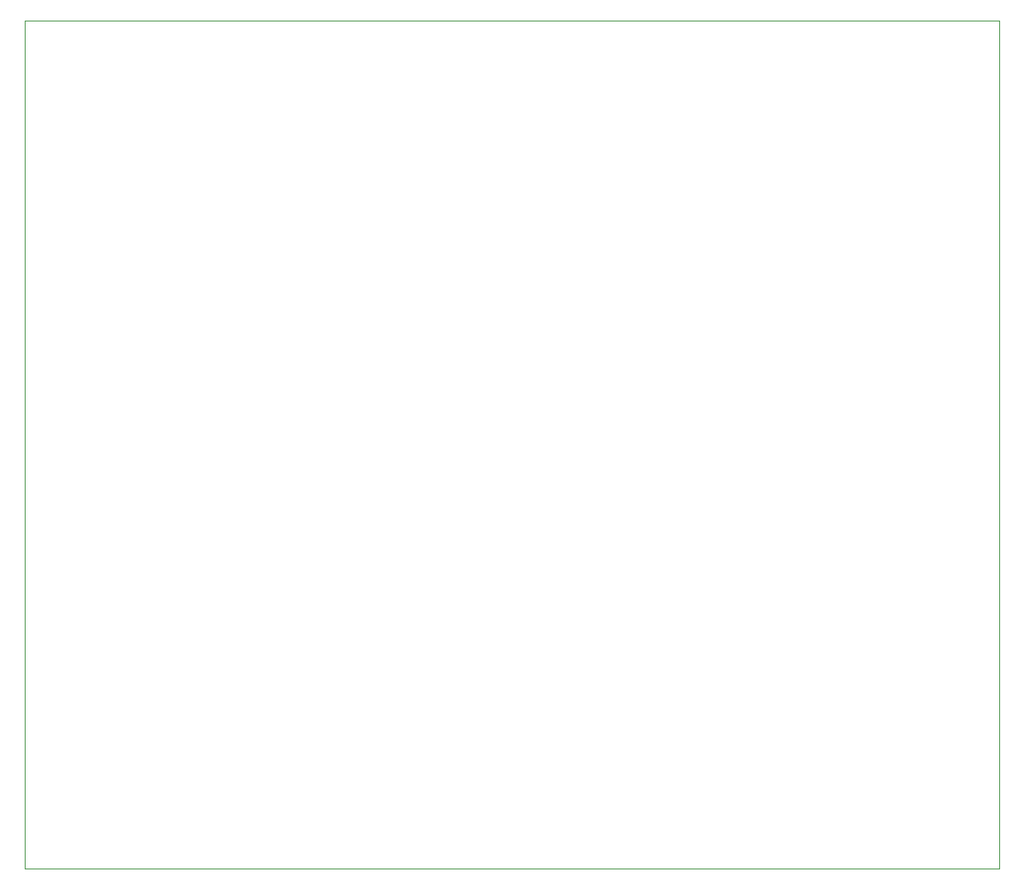
<source format=gbr>
%TF.GenerationSoftware,KiCad,Pcbnew,8.0.8*%
%TF.CreationDate,2025-02-22T00:09:07-08:00*%
%TF.ProjectId,deflection_board,6465666c-6563-4746-996f-6e5f626f6172,rev?*%
%TF.SameCoordinates,Original*%
%TF.FileFunction,Profile,NP*%
%FSLAX46Y46*%
G04 Gerber Fmt 4.6, Leading zero omitted, Abs format (unit mm)*
G04 Created by KiCad (PCBNEW 8.0.8) date 2025-02-22 00:09:07*
%MOMM*%
%LPD*%
G01*
G04 APERTURE LIST*
%TA.AperFunction,Profile*%
%ADD10C,0.050000*%
%TD*%
G04 APERTURE END LIST*
D10*
X121000000Y-47000000D02*
X221000000Y-47000000D01*
X221000000Y-134000000D01*
X121000000Y-134000000D01*
X121000000Y-47000000D01*
M02*

</source>
